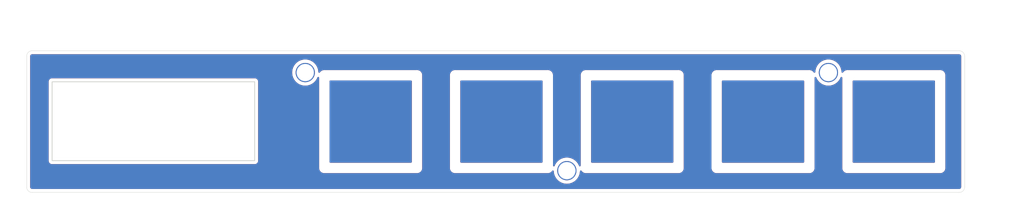
<source format=kicad_pcb>
(kicad_pcb (version 20210925) (generator pcbnew)
  (layers (0 "F.Cu" signal) (31 "B.Cu" signal) (34 "B.Paste" user) (35 "F.Paste" user) (36 "B.SilkS" user "B.Silkscreen") (37 "F.SilkS" user "F.Silkscreen") (38 "B.Mask" user) (39 "F.Mask" user) (44 "Edge.Cuts" user))
  (net 0 "")
  (footprint "Envoy:MountingHole_Reinforced_2.5mm" (layer "F.Cu") (at 185.862496 111.16875)
    (fp_text reference "H3" hide)
    (fp_text value "MountingHole")
    (pad "" thru_hole circle (at 0 0) (size 2.8 2.8) (drill 2.5) (layers *.Cu *.Mask))
  )
  (footprint "Envoy:MX_Switch_Cutout_Square" (layer "F.Cu") (at 176.337496 118.3125)
    (fp_text reference "MX4" hide)
    (fp_text value "MX-NoLED" hide)
    (pad "" np_thru_hole oval (at 0 6.75) (size 14 0.5) (drill oval 14 0.5) (layers *.Cu *.Mask))
    (pad "" np_thru_hole oval (at 0 -6.75) (size 14 0.5) (drill oval 14 0.5) (layers *.Cu *.Mask))
    (pad "" np_thru_hole oval (at 6.75 0) (size 0.5 14) (drill oval 0.5 14) (layers *.Cu *.Mask))
    (pad "" np_thru_hole oval (at -6.75 0) (size 0.5 14) (drill oval 0.5 14) (layers *.Cu *.Mask))
  )
  (footprint "Envoy:MountingHole_Reinforced_2.5mm" (layer "F.Cu") (at 147.762496 125.45625)
    (fp_text reference "H2" hide)
    (fp_text value "MountingHole")
    (pad "" thru_hole circle (at 0 0) (size 2.8 2.8) (drill 2.5) (layers *.Cu *.Mask))
  )
  (footprint "Envoy:OLED_0.91_cutout" (layer "F.Cu") (at 106.042996 118.249 90)
    (fp_text reference "OL1")
    (fp_text value "OLED" hide)
    (fp_rect (start 5.74 -3.75) (end -5.75 -33.25) (layer "Edge.Cuts") (width 0.12) (fill none))
  )
  (footprint "Envoy:MX_Switch_Cutout_Square" (layer "F.Cu") (at 119.187496 118.3125)
    (fp_text reference "MX1" hide)
    (fp_text value "MX-NoLED" hide)
    (pad "" np_thru_hole oval (at -6.75 0) (size 0.5 14) (drill oval 0.5 14) (layers *.Cu *.Mask))
    (pad "" np_thru_hole oval (at 0 -6.75) (size 14 0.5) (drill oval 14 0.5) (layers *.Cu *.Mask))
    (pad "" np_thru_hole oval (at 6.75 0) (size 0.5 14) (drill oval 0.5 14) (layers *.Cu *.Mask))
    (pad "" np_thru_hole oval (at 0 6.75) (size 14 0.5) (drill oval 14 0.5) (layers *.Cu *.Mask))
  )
  (footprint "Envoy:MX_Switch_Cutout_Square" (layer "F.Cu") (at 157.287496 118.3125)
    (fp_text reference "MX3" hide)
    (fp_text value "MX-NoLED" hide)
    (pad "" np_thru_hole oval (at 0 -6.75) (size 14 0.5) (drill oval 14 0.5) (layers *.Cu *.Mask))
    (pad "" np_thru_hole oval (at 6.75 0) (size 0.5 14) (drill oval 0.5 14) (layers *.Cu *.Mask))
    (pad "" np_thru_hole oval (at -6.75 0) (size 0.5 14) (drill oval 0.5 14) (layers *.Cu *.Mask))
    (pad "" np_thru_hole oval (at 0 6.75) (size 14 0.5) (drill oval 14 0.5) (layers *.Cu *.Mask))
  )
  (footprint "Envoy:MX_Switch_Cutout_Square" (layer "F.Cu") (at 138.237496 118.3125)
    (fp_text reference "MX2" hide)
    (fp_text value "MX-NoLED" hide)
    (pad "" np_thru_hole oval (at -6.75 0) (size 0.5 14) (drill oval 0.5 14) (layers *.Cu *.Mask))
    (pad "" np_thru_hole oval (at 6.75 0) (size 0.5 14) (drill oval 0.5 14) (layers *.Cu *.Mask))
    (pad "" np_thru_hole oval (at 0 -6.75) (size 14 0.5) (drill oval 14 0.5) (layers *.Cu *.Mask))
    (pad "" np_thru_hole oval (at 0 6.75) (size 14 0.5) (drill oval 14 0.5) (layers *.Cu *.Mask))
  )
  (footprint "Envoy:MX_Switch_Cutout_Square" (layer "F.Cu") (at 195.387496 118.3125)
    (fp_text reference "MX5" hide)
    (fp_text value "MX-NoLED" hide)
    (pad "" np_thru_hole oval (at 0 -6.75) (size 14 0.5) (drill oval 14 0.5) (layers *.Cu *.Mask))
    (pad "" np_thru_hole oval (at -6.75 0) (size 0.5 14) (drill oval 0.5 14) (layers *.Cu *.Mask))
    (pad "" np_thru_hole oval (at 6.75 0) (size 0.5 14) (drill oval 0.5 14) (layers *.Cu *.Mask))
    (pad "" np_thru_hole oval (at 0 6.75) (size 14 0.5) (drill oval 14 0.5) (layers *.Cu *.Mask))
  )
  (footprint "Envoy:MountingHole_Reinforced_2.5mm" (layer "F.Cu") (at 109.662496 111.16875)
    (fp_text reference "H1" hide)
    (fp_text value "MountingHole")
    (pad "" thru_hole circle (at 0 0) (size 2.8 2.8) (drill 2.5) (layers *.Cu *.Mask))
  )
  (gr_arc (start 204.912496 108.7875) (end 205.706246 108.7875) (angle -90) (layer "Edge.Cuts") (width 0.05))
  (gr_arc (start 69.879746 108.7875) (end 69.879746 107.99375) (angle -90) (layer "Edge.Cuts") (width 0.05))
  (gr_line (start 204.912496 107.99375) (end 69.879746 107.99375) (layer "Edge.Cuts") (width 0.05))
  (gr_line (start 69.879746 128.63125) (end 204.912496 128.63125) (layer "Edge.Cuts") (width 0.05))
  (gr_line (start 69.085996 108.7875) (end 69.085996 127.8375) (layer "Edge.Cuts") (width 0.05))
  (gr_line (start 205.706246 127.8375) (end 205.706246 108.7875) (layer "Edge.Cuts") (width 0.05))
  (gr_arc (start 69.879746 127.8375) (end 69.085996 127.8375) (angle -90) (layer "Edge.Cuts") (width 0.05))
  (gr_arc (start 204.912496 127.8375) (end 204.912496 128.63125) (angle -90) (layer "Edge.Cuts") (width 0.05))
  (zone (net 0) (net_name "") (layer "F.Cu") (connect_pads (clearance 0.508)) (min_thickness 0.254) (fill yes (thermal_gap 0.508) (thermal_bridge_width 0.508))
    (polygon (pts (xy 209.039996 106.438) (xy 209.039996 130.822) (xy 67.942996 131.33) (xy 67.942996 106.438) (xy 68.196996 106.438)))
  )
  (zone (net 0) (net_name "") (layer "B.Cu") (connect_pads (clearance 0.508)) (min_thickness 0.254) (fill yes (thermal_gap 0.508) (thermal_bridge_width 0.508))
    (polygon (pts (xy 214.35 131.55) (xy 65.2 132.05) (xy 67.25 103.8) (xy 211.65 100.6)))
  )
)
</source>
